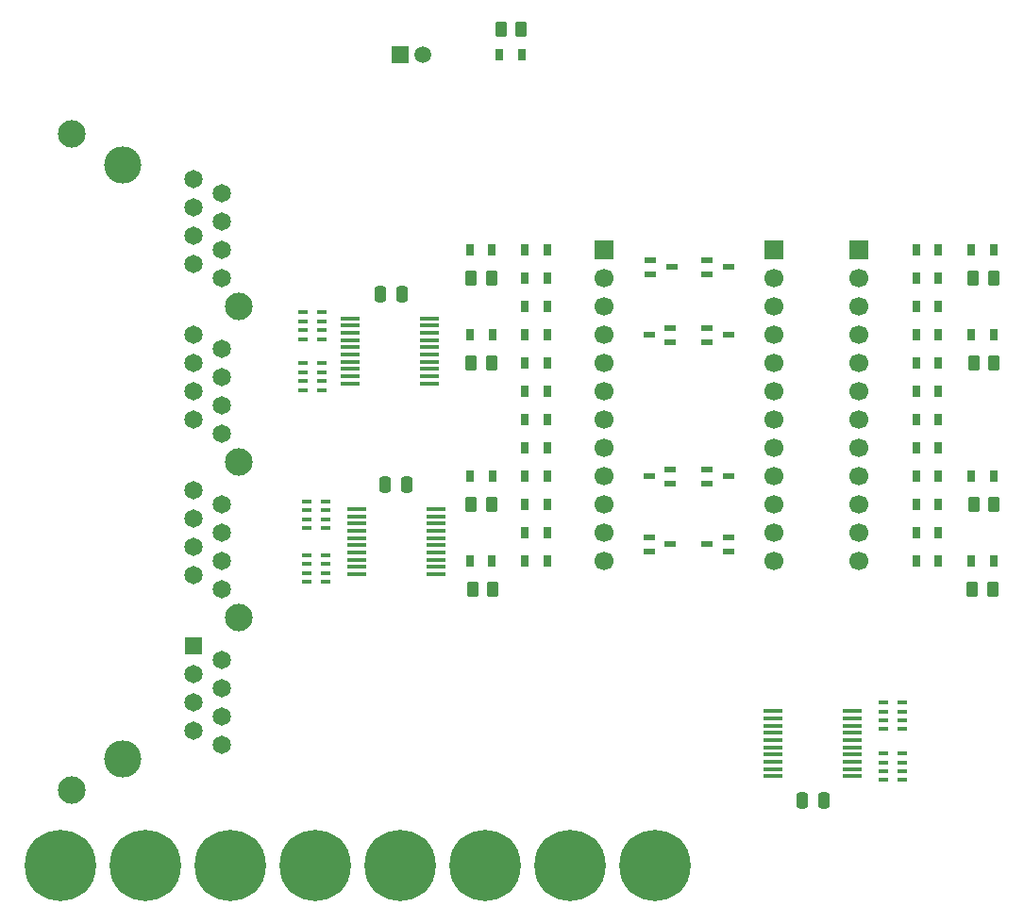
<source format=gts>
%TF.GenerationSoftware,KiCad,Pcbnew,9.0.7-9.0.7~ubuntu24.04.1*%
%TF.CreationDate,2026-01-16T08:01:28+02:00*%
%TF.ProjectId,HCP65 24 Pin Tester,48435036-3520-4323-9420-50696e205465,V1*%
%TF.SameCoordinates,Original*%
%TF.FileFunction,Soldermask,Top*%
%TF.FilePolarity,Negative*%
%FSLAX46Y46*%
G04 Gerber Fmt 4.6, Leading zero omitted, Abs format (unit mm)*
G04 Created by KiCad (PCBNEW 9.0.7-9.0.7~ubuntu24.04.1) date 2026-01-16 08:01:28*
%MOMM*%
%LPD*%
G01*
G04 APERTURE LIST*
G04 Aperture macros list*
%AMRoundRect*
0 Rectangle with rounded corners*
0 $1 Rounding radius*
0 $2 $3 $4 $5 $6 $7 $8 $9 X,Y pos of 4 corners*
0 Add a 4 corners polygon primitive as box body*
4,1,4,$2,$3,$4,$5,$6,$7,$8,$9,$2,$3,0*
0 Add four circle primitives for the rounded corners*
1,1,$1+$1,$2,$3*
1,1,$1+$1,$4,$5*
1,1,$1+$1,$6,$7*
1,1,$1+$1,$8,$9*
0 Add four rect primitives between the rounded corners*
20,1,$1+$1,$2,$3,$4,$5,0*
20,1,$1+$1,$4,$5,$6,$7,0*
20,1,$1+$1,$6,$7,$8,$9,0*
20,1,$1+$1,$8,$9,$2,$3,0*%
G04 Aperture macros list end*
%ADD10C,6.400000*%
%ADD11R,0.800000X1.000000*%
%ADD12RoundRect,0.250000X-0.262500X-0.450000X0.262500X-0.450000X0.262500X0.450000X-0.262500X0.450000X0*%
%ADD13R,0.900000X0.450000*%
%ADD14R,1.000000X0.550000*%
%ADD15RoundRect,0.250000X-0.250000X-0.475000X0.250000X-0.475000X0.250000X0.475000X-0.250000X0.475000X0*%
%ADD16R,1.800000X0.450000*%
%ADD17RoundRect,0.250000X0.250000X0.475000X-0.250000X0.475000X-0.250000X-0.475000X0.250000X-0.475000X0*%
%ADD18C,3.330000*%
%ADD19R,1.650000X1.650000*%
%ADD20C,1.650000*%
%ADD21C,2.475000*%
%ADD22R,1.700000X1.700000*%
%ADD23C,1.700000*%
%ADD24R,1.500000X1.500000*%
%ADD25C,1.500000*%
G04 APERTURE END LIST*
D10*
%TO.C,H4*%
X3247002Y-61595496D03*
%TD*%
D11*
%TO.C,LED4*%
X71752500Y-26670000D03*
X69752499Y-26670000D03*
%TD*%
%TO.C,LED25*%
X66802000Y-31750000D03*
X64801999Y-31750000D03*
%TD*%
%TO.C,LED29*%
X66802000Y-21590000D03*
X64801999Y-21590000D03*
%TD*%
D10*
%TO.C,H7*%
X18487002Y-61595496D03*
%TD*%
D11*
%TO.C,LED19*%
X66802000Y-6350000D03*
X64801999Y-6350000D03*
%TD*%
D12*
%TO.C,R1*%
X24868500Y-8880000D03*
X26693500Y-8880000D03*
%TD*%
D11*
%TO.C,LED12*%
X29734000Y-13970000D03*
X31734001Y-13970000D03*
%TD*%
D12*
%TO.C,R11*%
X69826500Y-36820000D03*
X71651500Y-36820000D03*
%TD*%
D11*
%TO.C,LED14*%
X29734000Y-8890000D03*
X31734001Y-8890000D03*
%TD*%
%TO.C,LED5*%
X24767500Y-34290000D03*
X26767501Y-34290000D03*
%TD*%
D10*
%TO.C,H8*%
X33727002Y-61595496D03*
%TD*%
D11*
%TO.C,LED20*%
X29734000Y-34290000D03*
X31734001Y-34290000D03*
%TD*%
%TO.C,LED1*%
X24767500Y-6350000D03*
X26767501Y-6350000D03*
%TD*%
%TO.C,LED30*%
X66802000Y-19050000D03*
X64801999Y-19050000D03*
%TD*%
D13*
%TO.C,RN1*%
X11496000Y-18896200D03*
X11496000Y-18096200D03*
X11496000Y-17296200D03*
X11496000Y-16496200D03*
X9796000Y-16496200D03*
X9796000Y-17296200D03*
X9796000Y-18096200D03*
X9796000Y-18896200D03*
%TD*%
D11*
%TO.C,LED27*%
X66802000Y-26670000D03*
X64801999Y-26670000D03*
%TD*%
D14*
%TO.C,D5*%
X40833000Y-32116000D03*
X40833000Y-33416000D03*
X42732999Y-32766000D03*
%TD*%
D11*
%TO.C,LED22*%
X29734000Y-29210000D03*
X31734001Y-29210000D03*
%TD*%
D10*
%TO.C,H6*%
X26107002Y-61595496D03*
%TD*%
D11*
%TO.C,LED9*%
X29734000Y-21590000D03*
X31734001Y-21590000D03*
%TD*%
D12*
%TO.C,R7*%
X24884500Y-29200000D03*
X26709500Y-29200000D03*
%TD*%
D11*
%TO.C,LED8*%
X24783500Y-26670000D03*
X26783501Y-26670000D03*
%TD*%
D10*
%TO.C,H3*%
X-4372998Y-61595496D03*
%TD*%
D11*
%TO.C,LED26*%
X66802000Y-29210000D03*
X64801999Y-29210000D03*
%TD*%
%TO.C,LED13*%
X29734000Y-11430000D03*
X31734001Y-11430000D03*
%TD*%
%TO.C,LED21*%
X29734000Y-31750000D03*
X31734001Y-31750000D03*
%TD*%
%TO.C,LED15*%
X29734000Y-6350000D03*
X31734001Y-6350000D03*
%TD*%
%TO.C,LED16*%
X66802000Y-13970000D03*
X64801999Y-13970000D03*
%TD*%
%TO.C,LED3*%
X71736500Y-13970000D03*
X69736499Y-13970000D03*
%TD*%
D15*
%TO.C,C2*%
X54609000Y-55742000D03*
X56509000Y-55742000D03*
%TD*%
D10*
%TO.C,H5*%
X10867002Y-61595496D03*
%TD*%
D14*
%TO.C,D1*%
X40960000Y-7224000D03*
X40960000Y-8524000D03*
X42859999Y-7874000D03*
%TD*%
D13*
%TO.C,RN6*%
X11801000Y-31299000D03*
X11801000Y-30499000D03*
X11801000Y-29699000D03*
X11801000Y-28899000D03*
X10101000Y-28899000D03*
X10101000Y-29699000D03*
X10101000Y-30499000D03*
X10101000Y-31299000D03*
%TD*%
D16*
%TO.C,IC1*%
X14046000Y-12457000D03*
X14046000Y-13107000D03*
X14045999Y-13757000D03*
X14046000Y-14407000D03*
X14046000Y-15057000D03*
X14046000Y-15707000D03*
X14046000Y-16357000D03*
X14045999Y-17007000D03*
X14046000Y-17657000D03*
X14046000Y-18307000D03*
X21146000Y-18307000D03*
X21146000Y-17657000D03*
X21146001Y-17007000D03*
X21146000Y-16357000D03*
X21146000Y-15707000D03*
X21146000Y-15057000D03*
X21146000Y-14407000D03*
X21146001Y-13757000D03*
X21146000Y-13107000D03*
X21146000Y-12457000D03*
%TD*%
%TO.C,IC3*%
X59055000Y-53587000D03*
X59055000Y-52937000D03*
X59055001Y-52287000D03*
X59055000Y-51637000D03*
X59055000Y-50987000D03*
X59055000Y-50337000D03*
X59055000Y-49687000D03*
X59055001Y-49037000D03*
X59055000Y-48387000D03*
X59055000Y-47737000D03*
X51955000Y-47737000D03*
X51955000Y-48387000D03*
X51954999Y-49037000D03*
X51955000Y-49687000D03*
X51955000Y-50337000D03*
X51955000Y-50987000D03*
X51955000Y-51637000D03*
X51954999Y-52287000D03*
X51955000Y-52937000D03*
X51955000Y-53587000D03*
%TD*%
D11*
%TO.C,LED6*%
X71736500Y-6350000D03*
X69736499Y-6350000D03*
%TD*%
D13*
%TO.C,RN9*%
X61865000Y-51535000D03*
X61865000Y-52335000D03*
X61865000Y-53135000D03*
X61865000Y-53935000D03*
X63565000Y-53935000D03*
X63565000Y-53135000D03*
X63565000Y-52335000D03*
X63565000Y-51535000D03*
%TD*%
D11*
%TO.C,LED17*%
X66802000Y-11430000D03*
X64801999Y-11430000D03*
%TD*%
%TO.C,LED18*%
X66802000Y-8890000D03*
X64801999Y-8890000D03*
%TD*%
D17*
%TO.C,C1*%
X18669000Y-10287000D03*
X16769000Y-10287000D03*
%TD*%
D18*
%TO.C,J1*%
X-6350000Y1270000D03*
X-6350000Y-52070000D03*
D19*
X0Y-41910000D03*
D20*
X2540000Y-43180000D03*
X0Y-44450000D03*
X2540000Y-45720000D03*
X0Y-46989999D03*
X2540000Y-48260000D03*
X0Y-49530000D03*
X2540000Y-50800000D03*
X0Y-27940000D03*
X2540000Y-29210000D03*
X0Y-30479999D03*
X2540000Y-31750000D03*
X0Y-33020000D03*
X2540000Y-34290000D03*
X0Y-35560000D03*
X2540000Y-36830000D03*
X0Y-13970001D03*
X2540000Y-15240000D03*
X0Y-16510000D03*
X2540000Y-17780000D03*
X0Y-19050000D03*
X2540000Y-20320000D03*
X0Y-21590000D03*
X2540000Y-22860000D03*
X0Y0D03*
X2540000Y-1270000D03*
X0Y-2540000D03*
X2540000Y-3810000D03*
X0Y-5080000D03*
X2540000Y-6350000D03*
X0Y-7619999D03*
X2540000Y-8890000D03*
D21*
X-10920000Y4060000D03*
X4060000Y-11430000D03*
X4060000Y-25400001D03*
X4060000Y-39370000D03*
X-10920000Y-54860000D03*
%TD*%
D11*
%TO.C,LED31*%
X66802000Y-16510000D03*
X64801999Y-16510000D03*
%TD*%
D13*
%TO.C,RN2*%
X11496000Y-14329200D03*
X11496000Y-13529200D03*
X11496000Y-12729200D03*
X11496000Y-11929200D03*
X9796000Y-11929200D03*
X9796000Y-12729200D03*
X9796000Y-13529200D03*
X9796000Y-14329200D03*
%TD*%
D14*
%TO.C,D8*%
X42733000Y-27320000D03*
X42733000Y-26020000D03*
X40833001Y-26670000D03*
%TD*%
D12*
%TO.C,R4*%
X24995500Y-36820000D03*
X26820500Y-36820000D03*
%TD*%
D17*
%TO.C,C3*%
X19095000Y-27432000D03*
X17195000Y-27432000D03*
%TD*%
D10*
%TO.C,H2*%
X-11992998Y-61595496D03*
%TD*%
D22*
%TO.C,J8*%
X36830000Y-6350000D03*
D23*
X36830000Y-8890000D03*
X36830000Y-11430000D03*
X36830000Y-13970000D03*
X36830000Y-16510000D03*
X36830000Y-19050000D03*
X36830000Y-21590000D03*
X36830000Y-24130000D03*
X36830000Y-26670000D03*
X36830000Y-29210000D03*
X36830000Y-31750000D03*
X36830000Y-34290000D03*
%TD*%
D14*
%TO.C,D7*%
X42733000Y-14620000D03*
X42733000Y-13320000D03*
X40833001Y-13970000D03*
%TD*%
D11*
%TO.C,LED7*%
X24797000Y-13970000D03*
X26797001Y-13970000D03*
%TD*%
%TO.C,LED23*%
X29734000Y-26670000D03*
X31734001Y-26670000D03*
%TD*%
%TO.C,LED24*%
X66802000Y-34290000D03*
X64801999Y-34290000D03*
%TD*%
D14*
%TO.C,D6*%
X46040000Y-7224000D03*
X46040000Y-8524000D03*
X47939999Y-7874000D03*
%TD*%
D11*
%TO.C,LED10*%
X29734000Y-19050000D03*
X31734001Y-19050000D03*
%TD*%
D22*
%TO.C,J3*%
X52070000Y-6350000D03*
D23*
X52070000Y-8890000D03*
X52070000Y-11430000D03*
X52070000Y-13970000D03*
X52070000Y-16510000D03*
X52070000Y-19050000D03*
X52070000Y-21590000D03*
X52070000Y-24130000D03*
X52070000Y-26670000D03*
X52070000Y-29210000D03*
X52070000Y-31750000D03*
X52070000Y-34290000D03*
%TD*%
D13*
%TO.C,RN10*%
X61865000Y-46963000D03*
X61865000Y-47763000D03*
X61865000Y-48563000D03*
X61865000Y-49363000D03*
X63565000Y-49363000D03*
X63565000Y-48563000D03*
X63565000Y-47763000D03*
X63565000Y-46963000D03*
%TD*%
%TO.C,RN5*%
X11801000Y-36125000D03*
X11801000Y-35325000D03*
X11801000Y-34525000D03*
X11801000Y-33725000D03*
X10101000Y-33725000D03*
X10101000Y-34525000D03*
X10101000Y-35325000D03*
X10101000Y-36125000D03*
%TD*%
D12*
%TO.C,R12*%
X27535500Y13472000D03*
X29360500Y13472000D03*
%TD*%
D14*
%TO.C,D4*%
X46040000Y-26020000D03*
X46040000Y-27320000D03*
X47939999Y-26670000D03*
%TD*%
D10*
%TO.C,H1*%
X41347002Y-61595496D03*
%TD*%
D14*
%TO.C,D3*%
X46040000Y-13320000D03*
X46040000Y-14620000D03*
X47939999Y-13970000D03*
%TD*%
D22*
%TO.C,J9*%
X59690000Y-6350000D03*
D23*
X59690000Y-8890000D03*
X59690000Y-11430000D03*
X59690000Y-13970000D03*
X59690000Y-16510000D03*
X59690000Y-19050000D03*
X59690000Y-21590000D03*
X59690000Y-24130000D03*
X59690000Y-26670000D03*
X59690000Y-29210000D03*
X59690000Y-31750000D03*
X59690000Y-34290000D03*
%TD*%
D11*
%TO.C,LED28*%
X66802000Y-24130000D03*
X64801999Y-24130000D03*
%TD*%
%TO.C,LED11*%
X29734000Y-16510000D03*
X31734001Y-16510000D03*
%TD*%
%TO.C,LED2*%
X71752500Y-34290000D03*
X69752499Y-34290000D03*
%TD*%
%TO.C,LED49*%
X27425000Y11198500D03*
X29425001Y11198500D03*
%TD*%
D12*
%TO.C,R3*%
X69977000Y-29200000D03*
X71802000Y-29200000D03*
%TD*%
D16*
%TO.C,IC2*%
X14611000Y-29587000D03*
X14611000Y-30237000D03*
X14610999Y-30887000D03*
X14611000Y-31537000D03*
X14611000Y-32187000D03*
X14611000Y-32837000D03*
X14611000Y-33487000D03*
X14610999Y-34137000D03*
X14611000Y-34787000D03*
X14611000Y-35437000D03*
X21711000Y-35437000D03*
X21711000Y-34787000D03*
X21711001Y-34137000D03*
X21711000Y-33487000D03*
X21711000Y-32837000D03*
X21711000Y-32187000D03*
X21711000Y-31537000D03*
X21711001Y-30887000D03*
X21711000Y-30237000D03*
X21711000Y-29587000D03*
%TD*%
D12*
%TO.C,R5*%
X69937500Y-8880000D03*
X71762500Y-8880000D03*
%TD*%
D24*
%TO.C,C10*%
X18542000Y11176000D03*
D25*
X20542000Y11176000D03*
%TD*%
D12*
%TO.C,R2*%
X69967000Y-16500000D03*
X71792000Y-16500000D03*
%TD*%
%TO.C,R6*%
X24898000Y-16500000D03*
X26723000Y-16500000D03*
%TD*%
D11*
%TO.C,LED48*%
X29734000Y-24130000D03*
X31734001Y-24130000D03*
%TD*%
D14*
%TO.C,D2*%
X47940000Y-33416000D03*
X47940000Y-32116000D03*
X46040001Y-32766000D03*
%TD*%
M02*

</source>
